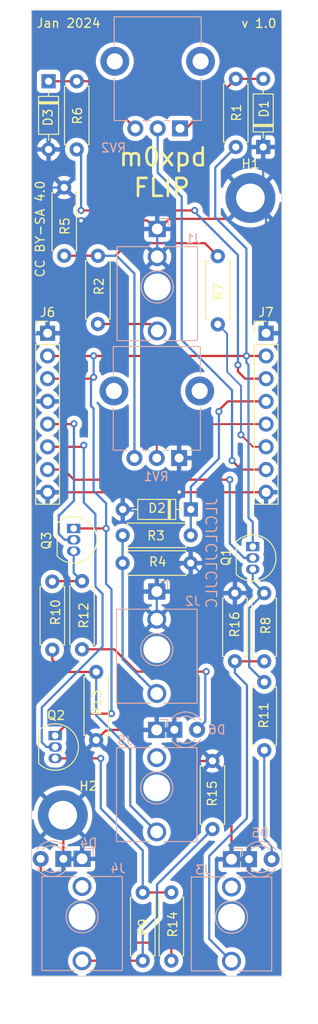
<source format=kicad_pcb>
(kicad_pcb (version 20221018) (generator pcbnew)
  (layers (0 "F.Cu" signal) (31 "B.Cu" signal) (34 "B.Paste" user) (35 "F.Paste" user) (36 "B.SilkS" user "B.Silkscreen") (37 "F.SilkS" user "F.Silkscreen") (38 "B.Mask" user) (39 "F.Mask" user) (44 "Edge.Cuts" user))
  (net 0 "")
  (net 1 "CLK")
  (net 2 "GND")
  (net 3 "Net-(D1-A)")
  (net 4 "Net-(D6-A)")
  (net 5 "+12V")
  (net 6 "Q")
  (net 7 "Net-(Q1-E)")
  (net 8 "B")
  (net 9 "Net-(Q2-E)")
  (net 10 "C")
  (net 11 "Net-(Q3-E)")
  (net 12 "Net-(D3-K)")
  (net 13 "CV-")
  (net 14 "-12V")
  (net 15 "Net-(J1-PadT)")
  (net 16 "Net-(D5-A)")
  (net 17 "Net-(J5-PadT)")
  (net 19 "Net-(J3-PadT)")
  (net 20 "Net-(D4-A)")
  (net 21 "Net-(J4-PadT)")
  (net 24 "CV+")
  (net 25 "LVL")
  (net 26 "Net-(R2-Pad2)")
  (net 27 "Net-(J2-PadT)")
  (footprint "Resistor_THT:R_Axial_DIN0207_L6.3mm_D2.5mm_P7.62mm_Horizontal" (layer "F.Cu") (at 143 143.69 -90)
    (fp_text reference "R14" (at 3.57 -0.15 90) (layer "F.SilkS"))
    (fp_text value "22k" hide)
    (pad "1" thru_hole circle (at 0 0 270) (size 1.6 1.6) (drill 0.8) (layers "*.Cu" "*.Mask") (net 9 "Net-(Q2-E)"))
    (pad "2" thru_hole oval (at 7.62 0 270) (size 1.6 1.6) (drill 0.8) (layers "*.Cu" "*.Mask") (net 20 "Net-(D4-A)"))
  )
  (footprint "Connector_PinHeader_2.54mm:PinHeader_1x08_P2.54mm_Vertical" (layer "F.Cu") (at 129.15 81.175)
    (fp_text reference "J6" (at 0 -2.33) (layer "F.SilkS"))
    (fp_text value "Conn_01x08" hide)
    (pad "1" thru_hole rect (at 0 0) (size 1.7 1.7) (drill 1) (layers "*.Cu" "*.Mask") (net 2 "GND"))
    (pad "2" thru_hole oval (at 0 2.54) (size 1.7 1.7) (drill 1) (layers "*.Cu" "*.Mask") (net 5 "+12V"))
    (pad "3" thru_hole oval (at 0 5.08) (size 1.7 1.7) (drill 1) (layers "*.Cu" "*.Mask") (net 5 "+12V"))
    (pad "4" thru_hole oval (at 0 7.62) (size 1.7 1.7) (drill 1) (layers "*.Cu" "*.Mask") (net 2 "GND"))
    (pad "5" thru_hole oval (at 0 10.16) (size 1.7 1.7) (drill 1) (layers "*.Cu" "*.Mask") (net 10 "C"))
    (pad "6" thru_hole oval (at 0 12.7) (size 1.7 1.7) (drill 1) (layers "*.Cu" "*.Mask") (net 6 "Q"))
    (pad "7" thru_hole oval (at 0 15.24) (size 1.7 1.7) (drill 1) (layers "*.Cu" "*.Mask") (net 8 "B"))
    (pad "8" thru_hole oval (at 0 17.78) (size 1.7 1.7) (drill 1) (layers "*.Cu" "*.Mask") (net 2 "GND"))
  )
  (footprint "Resistor_THT:R_Axial_DIN0207_L6.3mm_D2.5mm_P7.62mm_Horizontal" (layer "F.Cu") (at 129.68 108.94 -90)
    (fp_text reference "R10" (at 3.43 -0.36 90) (layer "F.SilkS"))
    (fp_text value "560R" hide)
    (pad "1" thru_hole circle (at 0 0 270) (size 1.6 1.6) (drill 0.8) (layers "*.Cu" "*.Mask") (net 11 "Net-(Q3-E)"))
    (pad "2" thru_hole oval (at 7.62 0 270) (size 1.6 1.6) (drill 0.8) (layers "*.Cu" "*.Mask") (net 17 "Net-(J5-PadT)"))
  )
  (footprint "Resistor_THT:R_Axial_DIN0207_L6.3mm_D2.5mm_P7.62mm_Horizontal" (layer "F.Cu") (at 150.11 117.85 90)
    (fp_text reference "R16" (at 4.12 -0.02 90) (layer "F.SilkS"))
    (fp_text value "1k8" hide)
    (pad "1" thru_hole circle (at 0 0 90) (size 1.6 1.6) (drill 0.8) (layers "*.Cu" "*.Mask") (net 19 "Net-(J3-PadT)"))
    (pad "2" thru_hole oval (at 7.62 0 90) (size 1.6 1.6) (drill 0.8) (layers "*.Cu" "*.Mask") (net 2 "GND"))
  )
  (footprint "Package_TO_SOT_THT:TO-92_Inline" (layer "F.Cu") (at 130 126.16 -90)
    (fp_text reference "Q2" (at -2.26 -0.1 -180) (layer "F.SilkS"))
    (fp_text value "BC546" hide)
    (pad "1" thru_hole rect (at 0 0 270) (size 1.05 1.5) (drill 0.75) (layers "*.Cu" "*.Mask") (net 5 "+12V"))
    (pad "2" thru_hole oval (at 1.27 0 270) (size 1.05 1.5) (drill 0.75) (layers "*.Cu" "*.Mask") (net 6 "Q"))
    (pad "3" thru_hole oval (at 2.54 0 270) (size 1.05 1.5) (drill 0.75) (layers "*.Cu" "*.Mask") (net 9 "Net-(Q2-E)"))
  )
  (footprint "Resistor_THT:R_Axial_DIN0207_L6.3mm_D2.5mm_P7.62mm_Horizontal" (layer "F.Cu") (at 134.78 80.14 90)
    (fp_text reference "R2" (at 4.2 0.13 90) (layer "F.SilkS"))
    (fp_text value "33k" hide)
    (pad "1" thru_hole circle (at 0 0 90) (size 1.6 1.6) (drill 0.8) (layers "*.Cu" "*.Mask") (net 15 "Net-(J1-PadT)"))
    (pad "2" thru_hole oval (at 7.62 0 90) (size 1.6 1.6) (drill 0.8) (layers "*.Cu" "*.Mask") (net 26 "Net-(R2-Pad2)"))
  )
  (footprint "Diode_THT:D_DO-35_SOD27_P7.62mm_Horizontal" (layer "F.Cu") (at 145.18 100.87 180)
    (fp_text reference "D2" (at 3.79 0.14) (layer "F.SilkS"))
    (fp_text value "1N4148" hide)
    (pad "1" thru_hole rect (at 0 0 180) (size 1.6 1.6) (drill 0.8) (layers "*.Cu" "*.Mask") (net 1 "CLK"))
    (pad "2" thru_hole oval (at 7.62 0 180) (size 1.6 1.6) (drill 0.8) (layers "*.Cu" "*.Mask") (net 2 "GND"))
  )
  (footprint "Package_TO_SOT_THT:TO-92_Inline" (layer "F.Cu") (at 152.11 105.03 -90)
    (fp_text reference "Q1" (at 1.16 2.99 90) (layer "F.SilkS"))
    (fp_text value "BC546" hide)
    (pad "1" thru_hole rect (at 0 0 270) (size 1.05 1.5) (drill 0.75) (layers "*.Cu" "*.Mask") (net 5 "+12V"))
    (pad "2" thru_hole oval (at 1.27 0 270) (size 1.05 1.5) (drill 0.75) (layers "*.Cu" "*.Mask") (net 8 "B"))
    (pad "3" thru_hole oval (at 2.54 0 270) (size 1.05 1.5) (drill 0.75) (layers "*.Cu" "*.Mask") (net 7 "Net-(Q1-E)"))
  )
  (footprint "Connector_PinHeader_2.54mm:PinHeader_1x08_P2.54mm_Vertical" (layer "F.Cu") (at 153.6 81.175)
    (fp_text reference "J7" (at 0 -2.33) (layer "F.SilkS"))
    (fp_text value "Conn_01x08" hide)
    (pad "1" thru_hole rect (at 0 0) (size 1.7 1.7) (drill 1) (layers "*.Cu" "*.Mask") (net 2 "GND"))
    (pad "2" thru_hole oval (at 0 2.54) (size 1.7 1.7) (drill 1) (layers "*.Cu" "*.Mask") (net 5 "+12V"))
    (pad "3" thru_hole oval (at 0 5.08) (size 1.7 1.7) (drill 1) (layers "*.Cu" "*.Mask") (net 14 "-12V"))
    (pad "4" thru_hole oval (at 0 7.62) (size 1.7 1.7) (drill 1) (layers "*.Cu" "*.Mask") (net 1 "CLK"))
    (pad "5" thru_hole oval (at 0 10.16) (size 1.7 1.7) (drill 1) (layers "*.Cu" "*.Mask") (net 24 "CV+"))
    (pad "6" thru_hole oval (at 0 12.7) (size 1.7 1.7) (drill 1) (layers "*.Cu" "*.Mask") (net 13 "CV-"))
    (pad "7" thru_hole oval (at 0 15.24) (size 1.7 1.7) (drill 1) (layers "*.Cu" "*.Mask") (net 25 "LVL"))
    (pad "8" thru_hole oval (at 0 17.78) (size 1.7 1.7) (drill 1) (layers "*.Cu" "*.Mask") (net 2 "GND"))
  )
  (footprint "Resistor_THT:R_Axial_DIN0207_L6.3mm_D2.5mm_P7.62mm_Horizontal" (layer "F.Cu") (at 148.2 72.56 -90)
    (fp_text reference "R7" (at 3.96 -0.06 90) (layer "F.SilkS"))
    (fp_text value "47k" hide)
    (pad "1" thru_hole circle (at 0 0 270) (size 1.6 1.6) (drill 0.8) (layers "*.Cu" "*.Mask") (net 26 "Net-(R2-Pad2)"))
    (pad "2" thru_hole oval (at 7.62 0 270) (size 1.6 1.6) (drill 0.8) (layers "*.Cu" "*.Mask") (net 13 "CV-"))
  )
  (footprint "Resistor_THT:R_Axial_DIN0207_L6.3mm_D2.5mm_P7.62mm_Horizontal" (layer "F.Cu") (at 153.4 127.79 90)
    (fp_text reference "R11" (at 3.89 -0.06 90) (layer "F.SilkS"))
    (fp_text value "22k" hide)
    (pad "1" thru_hole circle (at 0 0 90) (size 1.6 1.6) (drill 0.8) (layers "*.Cu" "*.Mask") (net 16 "Net-(D5-A)"))
    (pad "2" thru_hole oval (at 7.62 0 90) (size 1.6 1.6) (drill 0.8) (layers "*.Cu" "*.Mask") (net 7 "Net-(Q1-E)"))
  )
  (footprint "Resistor_THT:R_Axial_DIN0207_L6.3mm_D2.5mm_P7.62mm_Horizontal" (layer "F.Cu") (at 147.6 128.99 -90)
    (fp_text reference "R15" (at 3.64 0.03 90) (layer "F.SilkS"))
    (fp_text value "1k8" hide)
    (pad "1" thru_hole circle (at 0 0 270) (size 1.6 1.6) (drill 0.8) (layers "*.Cu" "*.Mask") (net 2 "GND"))
    (pad "2" thru_hole oval (at 7.62 0 270) (size 1.6 1.6) (drill 0.8) (layers "*.Cu" "*.Mask") (net 21 "Net-(J4-PadT)"))
  )
  (footprint "Diode_THT:D_DO-35_SOD27_P7.62mm_Horizontal" (layer "F.Cu") (at 153.28 60.36 90)
    (fp_text reference "D1" (at 4.26 0.09 90) (layer "F.SilkS"))
    (fp_text value "1N4148" hide)
    (pad "1" thru_hole rect (at 0 0 90) (size 1.6 1.6) (drill 0.8) (layers "*.Cu" "*.Mask") (net 2 "GND"))
    (pad "2" thru_hole oval (at 7.62 0 90) (size 1.6 1.6) (drill 0.8) (layers "*.Cu" "*.Mask") (net 3 "Net-(D1-A)"))
  )
  (footprint "Resistor_THT:R_Axial_DIN0207_L6.3mm_D2.5mm_P7.62mm_Horizontal" (layer "F.Cu") (at 139.8 143.7 -90)
    (fp_text reference "R9" (at 3.88 -0.05 90) (layer "F.SilkS"))
    (fp_text value "560R" hide)
    (pad "1" thru_hole circle (at 0 0 270) (size 1.6 1.6) (drill 0.8) (layers "*.Cu" "*.Mask") (net 9 "Net-(Q2-E)"))
    (pad "2" thru_hole oval (at 7.62 0 270) (size 1.6 1.6) (drill 0.8) (layers "*.Cu" "*.Mask") (net 21 "Net-(J4-PadT)"))
  )
  (footprint "Resistor_THT:R_Axial_DIN0207_L6.3mm_D2.5mm_P7.62mm_Horizontal" (layer "F.Cu") (at 137.55 103.77)
    (fp_text reference "R3" (at 3.73 0.04) (layer "F.SilkS"))
    (fp_text value "100k" hide)
    (pad "1" thru_hole circle (at 0 0) (size 1.6 1.6) (drill 0.8) (layers "*.Cu" "*.Mask") (net 27 "Net-(J2-PadT)"))
    (pad "2" thru_hole oval (at 7.62 0) (size 1.6 1.6) (drill 0.8) (layers "*.Cu" "*.Mask") (net 1 "CLK"))
  )
  (footprint "MountingHole:MountingHole_3.2mm_M3_DIN965_Pad_TopBottom" (layer "F.Cu") (at 151.85 66.05)
    (fp_text reference "H1" (at 0 -3.8) (layer "F.SilkS"))
    (fp_text value "MountingHole_Pad" hide)
    (pad "1" thru_hole circle (at 0 0) (size 3.6 3.6) (drill 3.2) (layers "*.Cu" "*.Mask") (net 2 "GND"))
    (pad "1" connect circle (at 0 0) (size 5.6 5.6) (layers "F.Cu" "F.Mask") (net 2 "GND"))
    (pad "1" connect circle (at 0 0) (size 5.6 5.6) (layers "B.Cu" "B.Mask") (net 2 "GND"))
  )
  (footprint "Diode_THT:D_DO-35_SOD27_P7.62mm_Horizontal" (layer "F.Cu") (at 129.26 53.01 -90)
    (fp_text reference "D3" (at 4.05 0.06 90) (layer "F.SilkS"))
    (fp_text value "1N4148" hide)
    (pad "1" thru_hole rect (at 0 0 270) (size 1.6 1.6) (drill 0.8) (layers "*.Cu" "*.Mask") (net 12 "Net-(D3-K)"))
    (pad "2" thru_hole oval (at 7.62 0 270) (size 1.6 1.6) (drill 0.8) (layers "*.Cu" "*.Mask") (net 2 "GND"))
  )
  (footprint "Resistor_THT:R_Axial_DIN0207_L6.3mm_D2.5mm_P7.62mm_Horizontal" (layer "F.Cu") (at 153.39 117.85 90)
    (fp_text reference "R8" (at 4 0.18 90) (layer "F.SilkS"))
    (fp_text value "560R" hide)
    (pad "1" thru_hole circle (at 0 0 90) (size 1.6 1.6) (drill 0.8) (layers "*.Cu" "*.Mask") (net 19 "Net-(J3-PadT)"))
    (pad "2" thru_hole oval (at 7.62 0 90) (size 1.6 1.6) (drill 0.8) (layers "*.Cu" "*.Mask") (net 7 "Net-(Q1-E)"))
  )
  (footprint "Resistor_THT:R_Axial_DIN0207_L6.3mm_D2.5mm_P7.62mm_Horizontal" (layer "F.Cu") (at 131.01 64.89 -90)
    (fp_text reference "R5" (at 4.32 -0.08 90) (layer "F.SilkS"))
    (fp_text value "68k" hide)
    (pad "1" thru_hole circle (at 0 0 270) (size 1.6 1.6) (drill 0.8) (layers "*.Cu" "*.Mask") (net 2 "GND"))
    (pad "2" thru_hole oval (at 7.62 0 270) (size 1.6 1.6) (drill 0.8) (layers "*.Cu" "*.Mask") (net 26 "Net-(R2-Pad2)"))
  )
  (footprint "Resistor_THT:R_Axial_DIN0207_L6.3mm_D2.5mm_P7.62mm_Horizontal" (layer "F.Cu") (at 134.59 126.66 90)
    (fp_text reference "R13" (at 4.21 0.05 90) (layer "F.SilkS"))
    (fp_text value "1k8" hide)
    (pad "1" thru_hole circle (at 0 0 90) (size 1.6 1.6) (drill 0.8) (layers "*.Cu" "*.Mask") (net 2 "GND"))
    (pad "2" thru_hole oval (at 7.62 0 90) (size 1.6 1.6) (drill 0.8) (layers "*.Cu" "*.Mask") (net 17 "Net-(J5-PadT)"))
  )
  (footprint "MountingHole:MountingHole_3.2mm_M3_DIN965_Pad_TopBottom" (layer "F.Cu") (at 130.85 135.05)
    (fp_text reference "H2" (at 2.85 -3.25) (layer "F.SilkS"))
    (fp_text value "MountingHole_Pad" hide)
    (pad "1" thru_hole circle (at 0 0) (size 3.6 3.6) (drill 3.2) (layers "*.Cu" "*.Mask") (net 2 "GND"))
    (pad "1" connect circle (at 0 0) (size 5.6 5.6) (layers "F.Cu" "F.Mask") (net 2 "GND"))
    (pad "1" connect circle (at 0 0) (size 5.6 5.6) (layers "B.Cu" "B.Mask") (net 2 "GND"))
  )
  (footprint "Resistor_THT:R_Axial_DIN0207_L6.3mm_D2.5mm_P7.62mm_Horizontal" (layer "F.Cu") (at 132.41 53.01 -90)
    (fp_text reference "R6" (at 3.85 -0.08 90) (layer "F.SilkS"))
    (fp_text value "22k" hide)
    (pad "1" thru_hole circle (at 0 0 270) (size 1.6 1.6) (drill 0.8) (layers "*.Cu" "*.Mask") (net 12 "Net-(D3-K)"))
    (pad "2" thru_hole oval (at 7.62 0 270) (size 1.6 1.6) (drill 0.8) (layers "*.Cu" "*.Mask") (net 14 "-12V"))
  )
  (footprint "Resistor_THT:R_Axial_DIN0207_L6.3mm_D2.5mm_P7.62mm_Horizontal" (layer "F.Cu") (at 137.54 106.87)
    (fp_text reference "R4" (at 3.93 -0.13) (layer "F.SilkS"))
    (fp_text value "1M" hide)
    (pad "1" thru_hole circle (at 0 0) (size 1.6 1.6) (drill 0.8) (layers "*.Cu" "*.Mask") (net 27 "Net-(J2-PadT)"))
    (pad "2" thru_hole oval (at 7.62 0) (size 1.6 1.6) (drill 0.8) (layers "*.Cu" "*.Mask") (net 2 "GND"))
  )
  (footprint "Resistor_THT:R_Axial_DIN0207_L6.3mm_D2.5mm_P7.62mm_Horizontal" (layer "F.Cu") (at 133 116.51 90)
    (fp_text reference "R12" (at 3.78 0.2 90) (layer "F.SilkS"))
    (fp_text value "33k" hide)
    (pad "1" thru_hole circle (at 0 0 90) (size 1.6 1.6) (drill 0.8) (layers "*.Cu" "*.Mask") (net 4 "Net-(D6-A)"))
    (pad "2" thru_hole oval (at 7.62 0 90) (size 1.6 1.6) (drill 0.8) (layers "*.Cu" "*.Mask") (net 11 "Net-(Q3-E)"))
  )
  (footprint "Resistor_THT:R_Axial_DIN0207_L6.3mm_D2.5mm_P7.62mm_Horizontal" (layer "F.Cu") (at 150.21 52.74 -90)
    (fp_text reference "R1" (at 3.78 -0.08 90) (layer "F.SilkS"))
    (fp_text value "22k" hide)
    (pad "1" thru_hole circle (at 0 0 270) (size 1.6 1.6) (drill 0.8) (layers "*.Cu" "*.Mask") (net 3 "Net-(D1-A)"))
    (pad "2" thru_hole oval (at 7.62 0 270) (size 1.6 1.6) (drill 0.8) (layers "*.Cu" "*.Mask") (net 5 "+12V"))
  )
  (footprint "Package_TO_SOT_THT:TO-92_Inline" (layer "F.Cu") (at 132.07 103 -90)
    (fp_text reference "Q3" (at 1.36 3.05 90) (layer "F.SilkS"))
    (fp_text value "BC546" hide)
    (pad "1" thru_hole rect (at 0 0 270) (size 1.05 1.5) (drill 0.75) (layers "*.Cu" "*.Mask") (net 5 "+12V"))
    (pad "2" thru_hole oval (at 1.27 0 270) (size 1.05 1.5) (drill 0.75) (layers "*.Cu" "*.Mask") (net 10 "C"))
    (pad "3" thru_hole oval (at 2.54 0 270) (size 1.05 1.5) (drill 0.75) (layers "*.Cu" "*.Mask") (net 11 "Net-(Q3-E)"))
  )
  (footprint "Connector_Audio:Jack_3.5mm_QingPu_WQP-PJ398SM_Vertical_CircularHoles" (layer "B.Cu") (at 141.36 125.52 180)
    (fp_text reference "J5" (at 3.54 -1.21) (layer "B.SilkS") (effects (justify mirror)))
    (fp_text value "AudioJack2_SwitchT" hide)
    (pad "S" thru_hole rect (at 0 0) (size 1.93 1.83) (drill 1.22) (layers "*.Cu" "*.Mask") (net 2 "GND"))
    (pad "T" thru_hole circle (at 0 -11.4) (size 2.13 2.13) (drill 1.43) (layers "*.Cu" "*.Mask") (net 17 "Net-(J5-PadT)"))
    (pad "TN" thru_hole circle (at 0 -3.1) (size 2.13 2.13) (drill 1.42) (layers "*.Cu" "*.Mask"))
    (zone (net 0) (net_name "") (layer "B.Cu") (connect_pads (clearance 0)) (min_thickness 0.254)
      (keepout (tracks not_allowed) (vias not_allowed) (pads not_allowed) (copperpour not_allowed) (footprints not_allowed))
      (fill (thermal_gap 0.508) (thermal_bridge_width 0.508))
      (polygon (pts (xy 139.854859 132) (xy 139.87507 131.754171) (xy 139.935159 131.514945) (xy 140.033514 131.288744) (xy 140.167492 131.081645) (xy 140.333496 130.89921) (xy 140.527068 130.746336) (xy 140.743008 130.627131) (xy 140.975518 130.544794) (xy 141.218354 130.501539) (xy 141.464993 130.498525) (xy 141.708813 130.535835) (xy 141.943266 130.612466) (xy 142.162054 130.72636) (xy 142.359303 130.874458) (xy 142.529714 131.052784) (xy 142.668712 131.256548) (xy 142.772564 131.480278) (xy 142.838481 131.717965) (xy 142.864692 131.963226) (xy 142.850493 132.209475) (xy 142.796266 132.450099) (xy 142.703468 132.678634) (xy 142.574589 132.888945) (xy 142.413092 133.075382) (xy 142.223313 133.232939) (xy 142.01035 133.357385) (xy 141.779921 133.445377) (xy 141.538215 133.494553) (xy 141.291722 133.503592) (xy 141.047064 133.47225) (xy 140.810809 133.40137) (xy 140.589303 133.292856) (xy 140.388495 133.149621) (xy 140.213777 132.975512) (xy 140.069842 132.775205) (xy 139.960555 132.554079) (xy 139.888851 132.318074) (xy 139.856656 132.073526)))
    )
  )
  (footprint "Connector_Audio:Jack_3.5mm_QingPu_WQP-PJ398SM_Vertical_CircularHoles" (layer "B.Cu") (at 149.73 139.98 180)
    (fp_text reference "J3" (at 3.2 -1.19) (layer "B.SilkS") (effects (justify mirror)))
    (fp_text value "AudioJack2_SwitchT" hide)
    (pad "S" thru_hole rect (at 0 0) (size 1.93 1.83) (drill 1.22) (layers "*.Cu" "*.Mask") (net 2 "GND"))
    (pad "T" thru_hole circle (at 0 -11.4) (size 2.13 2.13) (drill 1.43) (layers "*.Cu" "*.Mask") (net 19 "Net-(J3-PadT)"))
    (pad "TN" thru_hole circle (at 0 -3.1) (size 2.13 2.13) (drill 1.42) (layers "*.Cu" "*.Mask"))
    (zone (net 0) (net_name "") (layer "B.Cu") (connect_pads (clearance 0)) (min_thickness 0.254)
      (keepout (tracks not_allowed) (vias not_allowed) (pads not_allowed) (copperpour not_allowed) (footprints not_allowed))
      (fill (thermal_gap 0.508) (thermal_bridge_width 0.508))
      (polygon (pts (xy 148.224859 146.46) (xy 148.24507 146.214171) (xy 148.305159 145.974945) (xy 148.403514 145.748744) (xy 148.537492 145.541645) (xy 148.703496 145.35921) (xy 148.897068 145.206336) (xy 149.113008 145.087131) (xy 149.345518 145.004794) (xy 149.588354 144.961539) (xy 149.834993 144.958525) (xy 150.078813 144.995835) (xy 150.313266 145.072466) (xy 150.532054 145.18636) (xy 150.729303 145.334458) (xy 150.899714 145.512784) (xy 151.038712 145.716548) (xy 151.142564 145.940278) (xy 151.208481 146.177965) (xy 151.234692 146.423226) (xy 151.220493 146.669475) (xy 151.166266 146.910099) (xy 151.073468 147.138634) (xy 150.944589 147.348945) (xy 150.783092 147.535382) (xy 150.593313 147.692939) (xy 150.38035 147.817385) (xy 150.149921 147.905377) (xy 149.908215 147.954553) (xy 149.661722 147.963592) (xy 149.417064 147.93225) (xy 149.180809 147.86137) (xy 148.959303 147.752856) (xy 148.758495 147.609621) (xy 148.583777 147.435512) (xy 148.439842 147.235205) (xy 148.330555 147.014079) (xy 148.258851 146.778074) (xy 148.226656 146.533526)))
    )
  )
  (footprint "LED_THT:LED_D3.0mm" (layer "B.Cu") (at 143.335 125.5)
    (fp_text reference "D6" (at 4.765 0) (layer "B.SilkS") (effects (justify mirror)))
    (fp_text value "Green LED")
    (pad "1" thru_hole rect (at 0 0) (size 1.8 1.8) (drill 0.9) (layers "*.Cu" "*.Mask") (net 2 "GND"))
    (pad "2" thru_hole circle (at 2.54 0) (size 1.8 1.8) (drill 0.9) (layers "*.Cu" "*.Mask") (net 4 "Net-(D6-A)"))
  )
  (footprint "Connector_Audio:Jack_3.5mm_QingPu_WQP-PJ398SM_Vertical_CircularHoles" (layer "B.Cu") (at 141.37 110.05 180)
    (fp_text reference "J2" (at -4.03 -1.08) (layer "B.SilkS") (effects (justify mirror)))
    (fp_text value "AudioJack2_SwitchT" hide)
    (pad "S" thru_hole rect (at 0 0) (size 1.93 1.83) (drill 1.22) (layers "*.Cu" "*.Mask") (net 2 "GND"))
    (pad "T" thru_hole circle (at 0 -11.4) (size 2.13 2.13) (drill 1.43) (layers "*.Cu" "*.Mask") (net 27 "Net-(J2-PadT)"))
    (pad "TN" thru_hole circle (at 0 -3.1) (size 2.13 2.13) (drill 1.42) (layers "*.Cu" "*.Mask") (net 2 "GND"))
    (zone (net 0) (net_name "") (layer "B.Cu") (connect_pads (clearance 0)) (min_thickness 0.254)
      (keepout (tracks not_allowed) (vias not_allowed) (pads not_allowed) (copperpour not_allowed) (footprints not_allowed))
      (fill (thermal_gap 0.508) (thermal_bridge_width 0.508))
      (polygon (pts (xy 139.864859 116.53) (xy 139.88507 116.284171) (xy 139.945159 116.044945) (xy 140.043514 115.818744) (xy 140.177492 115.611645) (xy 140.343496 115.42921) (xy 140.537068 115.276336) (xy 140.753008 115.157131) (xy 140.985518 115.074794) (xy 141.228354 115.031539) (xy 141.474993 115.028525) (xy 141.718813 115.065835) (xy 141.953266 115.142466) (xy 142.172054 115.25636) (xy 142.369303 115.404458) (xy 142.539714 115.582784) (xy 142.678712 115.786548) (xy 142.782564 116.010278) (xy 142.848481 116.247965) (xy 142.874692 116.493226) (xy 142.860493 116.739475) (xy 142.806266 116.980099) (xy 142.713468 117.208634) (xy 142.584589 117.418945) (xy 142.423092 117.605382) (xy 142.233313 117.762939) (xy 142.02035 117.887385) (xy 141.789921 117.975377) (xy 141.548215 118.024553) (xy 141.301722 118.033592) (xy 141.057064 118.00225) (xy 140.820809 117.93137) (xy 140.599303 117.822856) (xy 140.398495 117.679621) (xy 140.223777 117.505512) (xy 140.079842 117.305205) (xy 139.970555 117.084079) (xy 139.898851 116.848074) (xy 139.866656 116.603526)))
    )
  )
  (footprint "Potentiometer_THT:Potentiometer_Alpha_RD901F-40-00D_Single_Vertical_CircularHoles" (layer "B.Cu") (at 143.87 95.13 90)
    (fp_text reference "RV1" (at -2.07 -2.57) (layer "B.SilkS") (effects (justify mirror)))
    (fp_text value "100k" hide)
    (pad "" thru_hole circle (at 7.5 -7.3) (size 3.24 3.24) (drill 1.8) (layers "*.Cu" "*.Mask"))
    (pad "" thru_hole circle (at 7.5 2.3) (size 3.24 3.24) (drill 1.8) (layers "*.Cu" "*.Mask"))
    (pad "1" thru_hole rect (at 0 0) (size 1.8 1.8) (drill 1) (layers "*.Cu" "*.Mask") (net 2 "GND"))
    (pad "2" thru_hole circle (at 0 -2.5) (size 1.8 1.8) (drill 1) (layers "*.Cu" "*.Mask") (net 24 "CV+"))
    (pad "3" thru_hole circle (at 0 -5) (size 1.8 1.8) (drill 1) (layers "*.Cu" "*.Mask") (net 26 "Net-(R2-Pad2)"))
  )
  (footprint "Potentiometer_THT:Potentiometer_Alpha_RD901F-40-00D_Single_Vertical_CircularHoles" (layer "B.Cu") (at 143.97 58.28 90)
    (fp_text reference "RV2" (at -2.17 -7.44) (layer "B.SilkS") (effects (justify mirror)))
    (fp_text value "100k" hide)
    (pad "" thru_hole circle (at 7.5 -7.3) (size 3.24 3.24) (drill 1.8) (layers "*.Cu" "*.Mask"))
    (pad "" thru_hole circle (at 7.5 2.3) (size 3.24 3.24) (drill 1.8) (layers "*.Cu" "*.Mask"))
    (pad "1" thru_hole rect (at 0 0) (size 1.8 1.8) (drill 1) (layers "*.Cu" "*.Mask") (net 3 "Net-(D1-A)"))
    (pad "2" thru_hole circle (at 0 -2.5) (size 1.8 1.8) (drill 1) (layers "*.Cu" "*.Mask") (net 25 "LVL"))
    (pad "3" thru_hole circle (at 0 -5) (size 1.8 1.8) (drill 1) (layers "*.Cu" "*.Mask") (net 12 "Net-(D3-K)"))
  )
  (footprint "Connector_Audio:Jack_3.5mm_QingPu_WQP-PJ398SM_Vertical_CircularHoles" (layer "B.Cu") (at 133.01 139.93 180)
    (fp_text reference "J4" (at -4.03 -1.08) (layer "B.SilkS") (effects (justify mirror)))
    (fp_text value "AudioJack2_SwitchT" hide)
    (pad "S" thru_hole rect (at 0 0) (size 1.93 1.83) (drill 1.22) (layers "*.Cu" "*.Mask") (net 2 "GND"))
    (pad "T" thru_hole circle (at 0 -11.4) (size 2.13 2.13) (drill 1.43) (layers "*.Cu" "*.Mask") (net 21 "Net-(J4-PadT)"))
    (pad "TN" thru_hole circle (at 0 -3.1) (size 2.13 2.13) (drill 1.42) (layers "*.Cu" "*.Mask"))
    (zone (net 0) (net_name "") (layer "B.Cu") (connect_pads (clearance 0)) (min_thickness 0.254)
      (keepout (tracks not_allowed) (vias not_allowed) (pads not_allowed) (copperpour not_allowed) (footprints not_allowed))
      (fill (thermal_gap 0.508) (thermal_bridge_width 0.508))
      (polygon (pts (xy 131.504859 146.41) (xy 131.52507 146.164171) (xy 131.585159 145.924945) (xy 131.683514 145.698744) (xy 131.817492 145.491645) (xy 131.983496 145.30921) (xy 132.177068 145.156336) (xy 132.393008 145.037131) (xy 132.625518 144.954794) (xy 132.868354 144.911539) (xy 133.114993 144.908525) (xy 133.358813 144.945835) (xy 133.593266 145.022466) (xy 133.812054 145.13636) (xy 134.009303 145.284458) (xy 134.179714 145.462784) (xy 134.318712 145.666548) (xy 134.422564 145.890278) (xy 134.488481 146.127965) (xy 134.514692 146.373226) (xy 134.500493 146.619475) (xy 134.446266 146.860099) (xy 134.353468 147.088634) (xy 134.224589 147.298945) (xy 134.063092 147.485382) (xy 133.873313 147.642939) (xy 133.66035 147.767385) (xy 133.429921 147.855377) (xy 133.188215 147.904553) (xy 132.941722 147.913592) (xy 132.697064 147.88225) (xy 132.460809 147.81137) (xy 132.239303 147.702856) (xy 132.038495 147.559621) (xy 131.863777 147.385512) (xy 131.719842 147.185205) (xy 131.610555 146.964079) (xy 131.538851 146.728074) (xy 131.506656 146.483526)))
    )
  )
  (footprint "Connector_Audio:Jack_3.5mm_QingPu_WQP-PJ398SM_Vertical_CircularHoles" (layer "B.Cu") (at 141.42 69.52 180)
    (fp_text reference "J1" (at -4.03 -1.08) (layer "B.SilkS") (effects (justify mirror)))
    (fp_text value "AudioJack2_SwitchT" hide)
    (pad "S" thru_hole rect (at 0 0) (size 1.93 1.83) (drill 1.22) (layers "*.Cu" "*.Mask") (net 2 "GND"))
    (pad "T" thru_hole circle (at 0 -11.4) (size 2.13 2.13) (drill 1.43) (layers "*.Cu" "*.Mask") (net 15 "Net-(J1-PadT)"))
    (pad "TN" thru_hole circle (at 0 -3.1) (size 2.13 2.13) (drill 1.42) (layers "*.Cu" "*.Mask") (net 2 "GND"))
    (zone (net 0) (net_name "") (layer "B.Cu") (connect_pads (clearance 0)) (min_thickness 0.254)
      (keepout (tracks not_allowed) (vias not_allowed) (pads not_allowed) (copperpour not_allowed) (footprints not_allowed))
      (fill (thermal_gap 0.508) (thermal_bridge_width 0.508))
      (polygon (pts (xy 139.914859 76) (xy 139.93507 75.754171) (xy 139.995159 75.514945) (xy 140.093514 75.288744) (xy 140.227492 75.081645) (xy 140.393496 74.89921) (xy 140.587068 74.746336) (xy 140.803008 74.627131) (xy 141.035518 74.544794) (xy 141.278354 74.501539) (xy 141.524993 74.498525) (xy 141.768813 74.535835) (xy 142.003266 74.612466) (xy 142.222054 74.72636) (xy 142.419303 74.874458) (xy 142.589714 75.052784) (xy 142.728712 75.256548) (xy 142.832564 75.480278) (xy 142.898481 75.717965) (xy 142.924692 75.963226) (xy 142.910493 76.209475) (xy 142.856266 76.450099) (xy 142.763468 76.678634) (xy 142.634589 76.888945) (xy 142.473092 77.075382) (xy 142.283313 77.232939) (xy 142.07035 77.357385) (xy 141.839921 77.445377) (xy 141.598215 77.494553) (xy 141.351722 77.503592) (xy 141.107064 77.47225) (xy 140.870809 77.40137) (xy 140.649303 77.292856) (xy 140.448495 77.149621) (xy 140.273777 76.975512) (xy 140.129842 76.775205) (xy 140.020555 76.554079) (xy 139.948851 76.318074) (xy 139.916656 76.073526)))
    )
  )
  (footprint "LED_THT:LED_D3.0mm" (layer "B.Cu") (at 151.685 139.97)
    (fp_text reference "D5" (at 1.25 -2.93 180) (layer "B.SilkS") (effects (justify mirror)))
    (fp_text value "Red LED")
    (pad "1" thru_hole rect (at 0 0) (size 1.8 1.8) (drill 0.9) (layers "*.Cu" "*.Mask") (net 2 "GND"))
    (pad "2" thru_hole circle (at 2.54 0) (size 1.8 1.8) (drill 0.9) (layers "*.Cu" "*.Mask") (net 16 "Net-(D5-A)"))
  )
  (footprint "LED_THT:LED_D3.0mm" (layer "B.Cu") (at 130.915 139.94 180)
    (fp_text reference "D4" (at -2.82 1.77 180) (layer "B.SilkS") (effects (justify mirror)))
    (fp_text value "Red LED")
    (pad "1" thru_hole rect (at 0 0 180) (size 1.8 1.8) (drill 0.9) (layers "*.Cu" "*.Mask") (net 2 "GND"))
    (pad "2" thru_hole circle (at 2.54 0 180) (size 1.8 1.8) (drill 0.9) (layers "*.Cu" "*.Mask") (net 20 "Net-(D4-A)"))
  )
  (gr_rect (start 127.35 45.05) (end 155.35 153.05) (stroke (width 0.1)) (fill none) (layer "Edge.Cuts"))
  (gr_text "JLCJLCJLCJLC" (at 148.225 99.5 90) (layer "B.SilkS") (effects (font (size 1.2 1.2)) (justify left bottom mirror)))
  (gr_text "FLIP" (at 138.6 66.075) (layer "F.SilkS") (effects (font (size 2 2) (thickness 0.3)) (justify left bottom)))
  (gr_text "Jan 2024" (at 127.825 47.1) (layer "F.SilkS") (effects (font (size 1 1)) (justify left bottom)))
  (gr_text "CC BY-SA 4.0" (at 128.9 75.025 90) (layer "F.SilkS") (effects (font (size 1 1)) (justify left bottom)))
  (gr_text "v 1.0" (at 150.75 47.125) (layer "F.SilkS") (effects (font (size 1 1)) (justify left bottom)))
  (gr_text "m0xpd" (at 136.975 62.65) (layer "F.SilkS") (effects (font (size 2 2) (thickness 0.3)) (justify left bottom)))
  (segment (start 148.32 89.92) (end 148.19 89.92) (width 0.25) (layer "F.Cu") (net 1))
  (segment (start 148.19 89.92) (end 148.29 89.82) (width 0.25) (layer "F.Cu") (net 1))
  (segment (start 148.32 89.79) (end 148.32 89.92) (width 0.25) (layer "F.Cu") (net 1))
  (segment (start 153.6 88.795) (end 149.315 88.795) (width 0.25) (layer "F.Cu") (net 1))
  (segment (start 149.315 88.795) (end 148.32 89.79) (width 0.25) (layer "F.Cu") (net 1))
  (via (at 148.32 89.92) (size 0.8) (drill 0.4) (layers "F.Cu" "B.Cu") (net 1))
  (segment (start 145.17 100.88) (end 145.18 100.87) (width 0.25) (layer "B.Cu") (net 1))
  (segment (start 148.32 95.2) (end 148.32 89.92) (width 0.25) (layer "B.Cu") (net 1))
  (segment (start 145.18 100.87) (end 145.18 98.34) (width 0.25) (layer "B.Cu") (net 1))
  (segment (start 145.17 103.77) (end 145.17 100.88) (width 0.25) (layer "B.Cu") (net 1))
  (segment (start 145.18 98.34) (end 148.32 95.2) (width 0.25) (layer "B.Cu") (net 1))
  (segment (start 153.6 98.955) (end 143.905 98.955) (width 0.25) (layer "F.Cu") (net 2))
  (segment (start 143.335 127.235) (end 145.1 129) (width 0.25) (layer "F.Cu") (net 2))
  (segment (start 136.08 125.52) (end 141.36 125.52) (width 0.25) (layer "F.Cu") (net 2))
  (segment (start 132.89 68.59) (end 132.89 68.65) (width 0.25) (layer "F.Cu") (net 2))
  (segment (start 143.88 98.93) (end 143.855 98.955) (width 0.25) (layer "F.Cu") (net 2))
  (segment (start 135.65 125.6) (end 136 125.6) (width 0.25) (layer "F.Cu") (net 2))
  (segment (start 143.335 125.5) (end 141.38 125.5) (width 0.25) (layer "F.Cu") (net 2))
  (segment (start 145.1 129) (end 145.11 128.99) (width 0.25) (layer "F.Cu") (net 2))
  (segment (start 143.855 98.955) (end 137.54 98.955) (width 0.25) (layer "F.Cu") (net 2))
  (segment (start 132.97 68.57) (end 132.95 68.59) (width 0.25) (layer "F.Cu") (net 2))
  (segment (start 132.89 68.65) (end 132.96 68.58) (width 0.25) (layer "F.Cu") (net 2))
  (segment (start 130.915 135.115) (end 130.85 135.05) (width 0.25) (layer "F.Cu") (net 2))
  (segment (start 133.01 139.93) (end 130.925 139.93) (width 0.25) (layer "F.Cu") (net 2))
  (segment (start 130.915 139.94) (end 130.915 135.115) (width 0.25) (layer "F.Cu") (net 2))
  (segment (start 143.335 125.5) (end 143.335 127.235) (width 0.25) (layer "F.Cu") (net 2))
  (segment (start 140.28 68.57) (end 132.97 68.57) (width 0.25) (layer "F.Cu") (net 2))
  (segment (start 149.73 139.98) (end 149.73 131.12) (width 0.25) (layer "F.Cu") (net 2))
  (segment (start 130.925 139.93) (end 130.915 139.94) (width 0.25) (layer "F.Cu") (net 2))
  (segment (start 137.56 98.975) (end 137.54 98.955) (width 0.25) (layer "F.Cu") (net 2))
  (segment (start 136 125.6) (end 136.08 125.52) (width 0.25) (layer "F.Cu") (net 2))
  (segment (start 149.73 131.12) (end 147.6 128.99) (width 0.25) (layer "F.Cu") (net 2))
  (segment (start 134.59 126.66) (end 135.65 125.6) (width 0.25) (layer "F.Cu") (net 2))
  (segment (start 132.95 68.59) (end 132.89 68.59) (width 0.25) (layer "F.Cu") (net 2))
  (segment (start 142.78 68.39) (end 149.51 68.39) (width 0.25) (layer "F.Cu") (net 2))
  (segment (start 143.905 98.955) (end 143.88 98.93) (width 0.25) (layer "F.Cu") (net 2))
  (segment (start 141.38 125.5) (end 141.36 125.52) (width 0.25) (layer "F.Cu") (net 2))
  (segment (start 145.11 128.99) (end 147.6 128.99) (width 0.25) (layer "F.Cu") (net 2))
  (segment (start 137.54 98.955) (end 129.15 98.955) (width 0.25) (layer "F.Cu") (net 2))
  (segment (start 141.23 69.52) (end 140.28 68.57) (width 0.25) (layer "F.Cu") (net 2))
  (segment (start 149.51 68.39) (end 151.85 66.05) (width 0.25) (layer "F.Cu") (net 2))
  (segment (start 141.42 69.52) (end 141.65 69.52) (width 0.25) (layer "F.Cu") (net 2))
  (segment (start 141.65 69.52) (end 142.78 68.39) (width 0.25) (layer "F.Cu") (net 2))
  (segment (start 137.56 100.87) (end 137.56 98.975) (width 0.25) (layer "F.Cu") (net 2))
  (segment (start 141.42 69.52) (end 141.23 69.52) (width 0.25) (layer "F.Cu") (net 2))
  (via (at 132.89 68.59) (size 0.8) (drill 0.4) (layers "F.Cu" "B.Cu") (net 2))
  (via (at 143.88 98.93) (size 0.8) (drill 0.4) (layers "F.Cu" "B.Cu") (net 2))
  (segment (start 129.22 64.89) (end 129.15 64.82) (width 0.25) (layer "B.Cu") (net 2))
  (segment (start 141.37 109.7) (end 144.07 107) (width 0.25) (layer "B.Cu") (net 2))
  (segment (start 130.645 98.955) (end 131.2 98.4) (width 0.25) (layer "B.Cu") (net 2))
  (segment (start 131.01 64.89) (end 129.22 64.89) (width 0.25) (layer "B.Cu") (net 2))
  (segment (start 143.7 115.48) (end 141.37 113.15) (width 0.25) (layer "B.Cu") (net 2))
  (segment (start 129.18 68.59) (end 129.15 68.62) (width 0.25) (layer "B.Cu") (net 2))
  (segment (start 129.15 68.62) (end 129.15 81.175) (width 0.25) (layer "B.Cu") (net 2))
  (segment (start 150.11 110.23) (end 148.52 110.23) (width 0.25) (layer "B.Cu") (net 2))
  (segment (start 143.335 118.165) (end 143.7 117.8) (width 0.25) (layer "B.Cu") (net 2))
  (segment (start 143.87 98.92) (end 143.87 95.13) (width 0.25) (layer "B.Cu") (net 2))
  (segment (start 129.15 60.74) (end 129.26 60.63) (width 0.25) (layer "B.Cu") (net 2))
  (segment (start 133.5 132.4) (end 130.85 135.05) (width 0.25) (layer "B.Cu") (net 2))
  (segment (start 131.2 88.2) (end 131.3 88.1) (width 0.25) (layer "B.Cu") (net 2))
  (segment (start 129.15 68.56) (end 129.15 64.82) (width 0.25) (layer "B.Cu") (net 2))
  (segment (start 144.2 106.87) (end 145.16 106.87) (width 0.25) (layer "B.Cu") (net 2))
  (segment (start 143.7 117.8) (end 143.7 115.48) (width 0.25) (layer "B.Cu") (net 2))
  (segment (start 129.15 64.82) (end 129.15 60.74) (width 0.25) (layer "B.Cu") (net 2))
  (segment (start 143.43 106.36) (end 144.07 107) (width 0.25) (layer "B.Cu") (net 2))
  (segment (start 143.88 98.93) (end 143.87 98.92) (width 0.25) (layer "B.Cu") (net 2))
  (segment (start 153.6 81.175) (end 153.6 67.8) (width 0.25) (layer "B.Cu") (net 2))
  (segment (start 132.89 68.59) (end 129.18 68.59) (width 0.25) (layer "B.Cu") (net 2))
  (segment (start 151.685 139.97) (end 149.74 139.97) (width 0.25) (layer "B.Cu") (net 2))
  (segment (start 130.605 88.795) (end 131.3 88.1) (width 0.25) (layer "B.Cu") (net 2))
  (segment (start 153.6 67.8) (end 151.85 66.05) (width 0.25) (layer "B.Cu") (net 2))
  (segment (start 131.3 88.1) (end 131.3 81.9) (width 0.25) (layer "B.Cu") (net 2))
  (segment (start 131.3 81.9) (end 130.575 81.175) (width 0.25) (layer "B.Cu") (net 2))
  (segment (start 153.28 64.62) (end 151.85 66.05) (width 0.25) (layer "B.Cu") (net 2))
  (segment (start 143.43 99.38) (end 143.43 106.36) (width 0.25) (layer "B.Cu") (net 2))
  (segment (start 130.575 81.175) (end 129.15 81.175) (width 0.25) (layer "B.Cu") (net 2))
  (segment (start 129.18 68.59) (end 129.15 68.56) (width 0.25) (layer "B.Cu") (net 2))
  (segment (start 141.42 72.62) (end 141.42 69.52) (width 0.25) (layer "B.Cu") (net 2))
  (segment (start 148.52 110.23) (end 145.16 106.87) (width 0.25) (layer "B.Cu") (net 2))
  (segment (start 133.5 127.75) (end 133.5 132.4) (width 0.25) (layer "B.Cu") (net 2))
  (segment (start 153.28 60.36) (end 153.28 64.62) (width 0.25) (layer "B.Cu") (net 2))
  (segment (start 144.07 107) (end 144.2 106.87) (width 0.25) (layer "B.Cu") (net 2))
  (segment (start 141.37 110.05) (end 141.37 109.7) (width 0.25) (layer "B.Cu") (net 2))
  (segment (start 149.74 139.97) (end 149.73 139.98) (width 0.25) (layer "B.Cu") (net 2))
  (segment (start 143.335 125.5) (end 143.335 118.165) (width 0.25) (layer "B.Cu") (net 2))
  (segment (start 141.37 113.15) (end 141.37 110.05) (width 0.25) (layer "B.Cu") (net 2))
  (segment (start 129.15 98.955) (end 130.645 98.955) (width 0.25) (layer "B.Cu") (net 2))
  (segment (start 143.88 98.93) (end 143.43 99.38) (width 0.25) (layer "B.Cu") (net 2))
  (segment (start 134.59 126.66) (end 133.5 127.75) (width 0.25) (layer "B.Cu") (net 2))
  (segment (start 130.605 88.795) (end 129.15 88.795) (width 0.25) (layer "B.Cu") (net 2))
  (segment (start 131.2 98.4) (end 131.2 88.2) (width 0.25) (layer "B.Cu") (net 2))
  (segment (start 144.67 58.28) (end 143.97 58.28) (width 0.25) (layer "F.Cu") (net 3))
  (segment (start 150.21 52.74) (end 144.67 58.28) (width 0.25) (layer "F.Cu") (net 3))
  (segment (start 153.28 52.74) (end 150.21 52.74) (width 0.25) (layer "F.Cu") (net 3))
  (segment (start 139.1 119) (end 136.6 116.5) (width 0.25) (layer "F.Cu") (net 4))
  (segment (start 136.59 116.51) (end 133 116.51) (width 0.25) (layer "F.Cu") (net 4))
  (segment (start 136.6 116.5) (end 136.59 116.51) (width 0.25) (layer "F.Cu") (net 4))
  (segment (start 146.9 119) (end 139.1 119) (width 0.25) (layer "F.Cu") (net 4))
  (via (at 146.9 119) (size 0.8) (drill 0.4) (layers "F.Cu" "B.Cu") (net 4))
  (segment (start 146.8 124.1) (end 146.8 119.2) (width 0.25) (layer "B.Cu") (net 4))
  (segment (start 146.9 119) (end 147 119) (width 0.25) (layer "B.Cu") (net 4))
  (segment (start 146.8 119.2) (end 146.9 119.1) (width 0.25) (layer "B.Cu") (net 4))
  (segment (start 147 119) (end 146.9 119.1) (width 0.25) (layer "B.Cu") (net 4))
  (segment (start 146.9 119.1) (end 146.9 119) (width 0.25) (layer "B.Cu") (net 4))
  (segment (start 146.8 124.575) (end 146.8 124.1) (width 0.25) (layer "B.Cu") (net 4))
  (segment (start 145.875 125.5) (end 146.8 124.575) (width 0.25) (layer "B.Cu") (net 4))
  (segment (start 134.315 83.715) (end 134.3 83.7) (width 0.25) (layer "F.Cu") (net 5))
  (segment (start 153.6 83.715) (end 151.405 83.715) (width 0.25) (layer "F.Cu") (net 5))
  (segment (start 134.3 86.1) (end 134.145 86.255) (width 0.25) (layer "F.Cu") (net 5))
  (segment (start 134.145 86.255) (end 129.15 86.255) (width 0.25) (layer "F.Cu") (net 5))
  (segment (start 151.405 83.715) (end 151.4 83.71) (width 0.25) (layer "F.Cu") (net 5))
  (segment (start 132.46 123.7) (end 130 126.16) (width 0.25) (layer "F.Cu") (net 5))
  (segment (start 135.7 103) (end 132.07 103) (width 0.25) (layer "F.Cu") (net 5))
  (segment (start 151.395 83.715) (end 134.315 83.715) (width 0.25) (layer "F.Cu") (net 5))
  (segment (start 136.3 123.7) (end 132.46 123.7) (width 0.25) (layer "F.Cu") (net 5))
  (segment (start 151.4 83.71) (end 151.395 83.715) (width 0.25) (layer "F.Cu") (net 5))
  (segment (start 134.3 83.7) (end 134.285 83.715) (width 0.25) (layer "F.Cu") (net 5))
  (segment (start 134.285 83.715) (end 129.15 83.715) (width 0.25) (layer "F.Cu") (net 5))
  (via (at 135.7 103) (size 0.8) (drill 0.4) (layers "F.Cu" "B.Cu") (net 5))
  (via (at 151.4 83.71) (size 0.8) (drill 0.4) (layers "F.Cu" "B.Cu") (net 5))
  (via (at 134.3 86.1) (size 0.8) (drill 0.4) (layers "F.Cu" "B.Cu") (net 5))
  (via (at 136.3 123.7) (size 0.8) (drill 0.4) (layers "F.Cu" "B.Cu") (net 5))
  (via (at 134.3 83.7) (size 0.8) (drill 0.4) (layers "F.Cu" "B.Cu") (net 5))
  (segment (start 134 86.5) (end 134 89.3) (width 0.25) (layer "B.Cu") (net 5))
  (segment (start 151.63 84.7) (end 151.63 101.81) (width 0.25) (layer "B.Cu") (net 5))
  (segment (start 134.3 98.8) (end 135.7 100.2) (width 0.25) (layer "B.Cu") (net 5))
  (segment (start 147.91 62.66) (end 150.21 60.36) (width 0.25) (layer "B.Cu") (net 5))
  (segment (start 151.4 84.47) (end 151.63 84.7) (width 0.25) (layer "B.Cu") (net 5))
  (segment (start 151.4 83.71) (end 151.4 71.71) (width 0.25) (layer "B.Cu") (net 5))
  (segment (start 134 89.3) (end 134.3 89.6) (width 0.25) (layer "B.Cu") (net 5))
  (segment (start 151.4 83.71) (end 151.4 84.47) (width 0.25) (layer "B.Cu") (net 5))
  (segment (start 135.7 100.2) (end 135.7 103) (width 0.25) (layer "B.Cu") (net 5))
  (segment (start 134.3 86.1) (end 134.3 86.2) (width 0.25) (layer "B.Cu") (net 5))
  (segment (start 135.7 103) (end 135.7 109.2) (width 0.25) (layer "B.Cu") (net 5))
  (segment (start 152.11 102.29) (end 151.63 101.81) (width 0.25) (layer "B.Cu") (net 5))
  (segment (start 136.3 109.8) (end 136.3 123.7) (width 0.25) (layer "B.Cu") (net 5))
  (segment (start 134.3 89.6) (end 134.3 98.8) (width 0.25) (layer "B.Cu") (net 5))
  (segment (start 134.3 86.2) (end 134 86.5) (width 0.25) (layer "B.Cu") (net 5))
  (segment (start 135.7 109.2) (end 136.3 109.8) (width 0.25) (layer "B.Cu") (net 5))
  (segment (start 152.11 105.03) (end 152.11 102.29) (width 0.25) (layer "B.Cu") (net 5))
  (segment (start 134.3 83.7) (end 134.3 86.1) (width 0.25) (layer "B.Cu") (net 5))
  (segment (start 147.91 68.22) (end 147.91 62.66) (width 0.25) (layer "B.Cu") (net 5))
  (segment (start 151.4 71.71) (end 147.91 68.22) (width 0.25) (layer "B.Cu") (net 5))
  (segment (start 129.15 93.875) (end 133.125 93.875) (width 0.25) (layer "F.Cu") (net 6))
  (segment (start 133.3 93.7) (end 133.2 93.8) (width 0.25) (layer "F.Cu") (net 6))
  (segment (start 133.2 93.8) (end 133.2 93.7) (width 0.25) (layer "F.Cu") (net 6))
  (segment (start 133.2 93.7) (end 133.3 93.7) (width 0.25) (layer "F.Cu") (net 6))
  (segment (start 133.125 93.875) (end 133.2 93.8) (width 0.25) (layer "F.Cu") (net 6))
  (via (at 133.2 93.7) (size 0.8) (drill 0.4) (layers "F.Cu" "B.Cu") (net 6))
  (segment (start 133.2 100.1) (end 134.5 101.4) (width 0.25) (layer "B.Cu") (net 6))
  (segment (start 134.5 101.4) (end 134.5 109.5) (width 0.25) (layer "B.Cu") (net 6))
  (segment (start 135.3 110.3) (end 135.3 116.2) (width 0.25) (layer "B.Cu") (net 6))
  (segment (start 135.3 116.2) (end 128.5 123) (width 0.25) (layer "B.Cu") (net 6))
  (segment (start 129.03 127.43) (end 130 127.43) (width 0.25) (layer "B.Cu") (net 6))
  (segment (start 128.5 126.9) (end 129.03 127.43) (width 0.25) (layer "B.Cu") (net 6))
  (segment (start 128.5 123) (end 128.5 126.9) (width 0.25) (layer "B.Cu") (net 6))
  (segment (start 133.2 93.7) (end 133.2 100.1) (width 0.25) (layer "B.Cu") (net 6))
  (segment (start 134.5 109.5) (end 135.3 110.3) (width 0.25) (layer "B.Cu") (net 6))
  (segment (start 152.11 107.57) (end 152.11 108.95) (width 0.25) (layer "B.Cu") (net 7))
  (segment (start 153.39 110.23) (end 151.74 111.88) (width 0.25) (layer "B.Cu") (net 7))
  (segment (start 151.74 111.88) (end 151.71 111.88) (width 0.25) (layer "B.Cu") (net 7))
  (segment (start 152.11 108.95) (end 153.39 110.23) (width 0.25) (layer "B.Cu") (net 7))
  (segment (start 151.71 111.88) (end 151.71 118.48) (width 0.25) (layer "B.Cu") (net 7))
  (segment (start 151.71 118.48) (end 153.4 120.17) (width 0.25) (layer "B.Cu") (net 7))
  (segment (start 149.53 97.55) (end 149.54 97.54) (width 0.25) (layer "F.Cu") (net 8))
  (segment (start 132.1 97.55) (end 149.53 97.55) (width 0.25) (layer "F.Cu") (net 8))
  (segment (start 149.55 97.55) (end 149.59 97.55) (width 0.25) (layer "F.Cu") (net 8))
  (segment (start 130.965 96.415) (end 132.1 97.55) (width 0.25) (layer "F.Cu") (net 8))
  (segment (start 129.15 96.415) (end 130.965 96.415) (width 0.25) (layer "F.Cu") (net 8))
  (segment (start 149.54 97.54) (end 149.55 97.55) (width 0.25) (layer "F.Cu") (net 8))
  (via (at 149.54 97.54) (size 0.8) (drill 0.4) (layers "F.Cu" "B.Cu") (net 8))
  (segment (start 151.15 106.3) (end 149.54 104.69) (width 0.25) (layer "B.Cu") (net 8))
  (segment (start 149.54 104.69) (end 149.54 97.54) (width 0.25) (layer "B.Cu") (net 8))
  (segment (start 152.11 106.3) (end 151.15 106.3) (width 0.25) (layer "B.Cu") (net 8))
  (segment (start 135.1 128.7) (end 130 128.7) (width 0.25) (layer "F.Cu") (net 9))
  (segment (start 143 143.69) (end 139.81 143.69) (width 0.25) (layer "F.Cu") (net 9))
  (segment (start 139.81 143.69) (end 139.8 143.7) (width 0.25) (layer "F.Cu") (net 9))
  (via (at 135.1 128.7) (size 0.8) (drill 0.4) (layers "F.Cu" "B.Cu") (net 9))
  (segment (start 135.1 134.3) (end 135.1 128.7) (width 0.25) (layer "B.Cu") (net 9))
  (segment (start 139.8 143.7) (end 139.8 139) (width 0.25) (layer "B.Cu") (net 9))
  (segment (start 139.8 139) (end 135.1 134.3) (width 0.25) (layer "B.Cu") (net 9))
  (segment (start 129.15 91.335) (end 131.93 91.335) (width 0.25) (layer "F.Cu") (net 10))
  (segment (start 132 91.335) (end 131.965 91.335) (width 0.25) (layer "F.Cu") (net 10))
  (segment (start 131.93 91.335) (end 132.1 91.3) (width 0.25) (layer "F.Cu") (net 10))
  (segment (start 132.1 91.3) (end 132 91.335) (width 0.25) (layer "F.Cu") (net 10))
  (via (at 132.1 91.3) (size 0.8) (drill 0.4) (layers "F.Cu" "B.Cu") (net 10))
  (segment (start 130.5 101.5) (end 130.4 101.5) (width 0.25) (layer "B.Cu") (net 10))
  (segment (start 132.1 91.3) (end 132.1 99.9) (width 0.25) (layer "B.Cu") (net 10))
  (segment (start 132.1 99.9) (end 130.5 101.5) (width 0.25) (layer "B.Cu") (net 10))
  (segment (start 130.4 101.5) (end 130.4 103.6) (width 0.25) (layer "B.Cu") (net 10))
  (segment (start 131.07 104.27) (end 132.07 104.27) (width 0.25) (layer "B.Cu") (net 10))
  (segment (start 130.4 103.6) (end 131.07 104.27) (width 0.25) (layer "B.Cu") (net 10))
  (segment (start 133 108.89) (end 129.73 108.89) (width 0.25) (layer "F.Cu") (net 11))
  (segment (start 129.73 108.89) (end 129.68 108.94) (width 0.25) (layer "F.Cu") (net 11))
  (segment (start 132.07 105.54) (end 132.07 107.96) (width 0.25) (layer "B.Cu") (net 11))
  (segment (start 132.07 107.96) (end 133 108.89) (width 0.25) (layer "B.Cu") (net 11))
  (segment (start 133.7 53.01) (end 138.97 58.28) (width 0.25) (layer "F.Cu") (net 12))
  (segment (start 129.26 53.01) (end 132.41 53.01) (width 0.25) (layer "F.Cu") (net 12))
  (segment (start 132.41 53.01) (end 133.7 53.01) (width 0.25) (layer "F.Cu") (net 12))
  (segment (start 152.135 93.875) (end 153.6 93.875) (width 0.2) (layer "F.Cu") (net 13))
  (segment (start 150.79 92.53) (end 152.135 93.875) (width 0.2) (layer "F.Cu") (net 13))
  (via (at 150.79 92.53) (size 0.8) (drill 0.4) (layers "F.Cu" "B.Cu") (net 13))
  (segment (start 149.24 81.22) (end 149.24 85.5) (width 0.2) (layer "B.Cu") (net 13))
  (segment (start 148.2 80.18) (end 149.24 81.22) (width 0.2) (layer "B.Cu") (net 13))
  (segment (start 149.24 85.5) (end 150.8 87.06) (width 0.2) (layer "B.Cu") (net 13))
  (segment (start 150.79 92.53) (end 150.8 92.53) (width 0.2) (layer "B.Cu") (net 13))
  (segment (start 150.8 87.06) (end 150.79 92.53) (width 0.2) (layer "B.Cu") (net 13))
  (segment (start 138.98 67.45) (end 132.9 67.45) (width 0.25) (layer "F.Cu") (net 14))
  (segment (start 150.45 85.45) (end 151.255 86.255) (width 0.25) (layer "F.Cu") (net 14))
  (segment (start 132.9 67.45) (end 132.92 67.45) (width 0.25) (layer "F.Cu") (net 14))
  (segment (start 150.45 84.73) (end 150.45 85.45) (width 0.25) (layer "F.Cu") (net 14))
  (segment (start 145.61 67.45) (end 138.98 67.45) (width 0.25) (layer "F.Cu") (net 14))
  (segment (start 151.255 86.255) (end 153.6 86.255) (width 0.25) (layer "F.Cu") (net 14))
  (segment (start 145.45 67.45) (end 145.61 67.45) (width 0.25) (layer "F.Cu") (net 14))
  (via (at 145.61 67.45) (size 0.8) (drill 0.4) (layers "F.Cu" "B.Cu") (net 14))
  (via (at 150.45 84.73) (size 0.8) (drill 0.4) (layers "F.Cu" "B.Cu") (net 14))
  (via (at 132.9 67.45) (size 0.8) (drill 0.4) (layers "F.Cu" "B.Cu") (net 14))
  (segment (start 150.45 84.73) (end 150.45 84.56) (width 0.25) (layer "B.Cu") (net 14))
  (segment (start 148.5 70.5) (end 148.5 70.49) (width 0.25) (layer "B.Cu") (net 14))
  (segment (start 148.5 70.49) (end 145.61 67.6) (width 0.25) (layer "B.Cu") (net 14))
  (segment (start 148.635 70.625) (end 148.51 70.5) (width 0.25) (layer "B.Cu") (net 14))
  (segment (start 132.9 61.12) (end 132.41 60.63) (width 0.25) (layer "B.Cu") (net 14))
  (segment (start 150.45 72.44) (end 148.635 70.625) (width 0.25) (layer "B.Cu") (net 14))
  (segment (start 145.61 67.6) (end 145.61 67.45) (width 0.25) (layer "B.Cu") (net 14))
  (segment (start 148.5 70.49) (end 148.53 70.52) (width 0.25) (layer "B.Cu") (net 14))
  (segment (start 132.9 67.45) (end 132.9 61.12) (width 0.25) (layer "B.Cu") (net 14))
  (segment (start 150.45 84.56) (end 150.45 72.44) (width 0.25) (layer "B.Cu") (net 14))
  (segment (start 150.45 84.7) (end 150.45 84.73) (width 0.25) (layer "B.Cu") (net 14))
  (segment (start 148.51 70.5) (end 148.5 70.5) (width 0.25) (layer "B.Cu") (net 14))
  (segment (start 140.64 80.14) (end 141.42 80.92) (width 0.25) (layer "F.Cu") (net 15))
  (segment (start 134.78 80.14) (end 140.64 80.14) (width 0.25) (layer "F.Cu") (net 15))
  (segment (start 153.4 127.79) (end 153.4 137.7) (width 0.25) (layer "B.Cu") (net 16))
  (segment (start 153.4 137.7) (end 154.225 138.525) (width 0.25) (layer "B.Cu") (net 16))
  (segment (start 154.225 138.525) (end 154.225 139.97) (width 0.25) (layer "B.Cu") (net 16))
  (segment (start 134.59 119.04) (end 131.04 119.04) (width 0.25) (layer "F.Cu") (net 17))
  (segment (start 129.68 117.68) (end 129.68 116.56) (width 0.25) (layer "F.Cu") (net 17))
  (segment (start 131.04 119.04) (end 129.68 117.68) (width 0.25) (layer "F.Cu") (net 17))
  (segment (start 134.59 119.04) (end 134.59 123.89) (width 0.25) (layer "B.Cu") (net 17))
  (segment (start 134.59 123.89) (end 138.4 127.7) (width 0.25) (layer "B.Cu") (net 17))
  (segment (start 138.4 133.96) (end 141.36 136.92) (width 0.25) (layer "B.Cu") (net 17))
  (segment (start 138.4 127.7) (end 138.4 133.96) (width 0.25) (layer "B.Cu") (net 17))
  (segment (start 153.39 117.85) (end 150.11 117.85) (width 0.25) (layer "F.Cu") (net 19))
  (segment (start 150.11 119.16) (end 151.46 120.51) (width 0.25) (layer "B.Cu") (net 19))
  (segment (start 151.46 135.39) (end 147.24 139.61) (width 0.25) (layer "B.Cu") (net 19))
  (segment (start 147.24 139.61) (end 147.24 148.89) (width 0.25) (layer "B.Cu") (net 19))
  (segment (start 150.11 117.85) (end 150.11 119.16) (width 0.25) (layer "B.Cu") (net 19))
  (segment (start 147.24 148.89) (end 149.73 151.38) (width 0.25) (layer "B.Cu") (net 19))
  (segment (start 151.46 120.51) (end 151.46 135.39) (width 0.25) (layer "B.Cu") (net 19))
  (segment (start 131.2 149.3) (end 128.375 146.475) (width 0.25) (layer "F.Cu") (net 20))
  (segment (start 143 149.9) (end 142.4 149.3) (width 0.25) (layer "F.Cu") (net 20))
  (segment (start 128.375 146.475) (end 128.375 139.94) (width 0.25) (layer "F.Cu") (net 20))
  (segment (start 143 151.31) (end 143 149.9) (width 0.25) (layer "F.Cu") (net 20))
  (segment (start 142.4 149.3) (end 131.2 149.3) (width 0.25) (layer "F.Cu") (net 20))
  (segment (start 133.02 151.32) (end 133.01 151.33) (width 0.25) (layer "F.Cu") (net 21))
  (segment (start 139.8 151.32) (end 133.02 151.32) (width 0.25) (layer "F.Cu") (net 21))
  (segment (start 139.8 151.32) (end 139.8 148) (width 0.25) (layer "B.Cu") (net 21))
  (segment (start 139.8 148) (end 141.4 146.4) (width 0.25) (layer "B.Cu") (net 21))
  (segment (start 141.4 142.81) (end 147.6 136.61) (width 0.25) (layer "B.Cu") (net 21))
  (segment (start 141.4 146.4) (end 141.4 142.81) (width 0.25) (layer "B.Cu") (net 21))
  (segment (start 148.565 91.335) (end 148.55 91.35) (width 0.2) (layer "F.Cu") (net 24))
  (segment (start 153.6 91.335) (end 148.565 91.335) (width 0.2) (layer "F.Cu") (net 24))
  (segment (start 141.37 92.34) (end 141.37 95.13) (width 0.2) (layer "F.Cu") (net 24))
  (segment (start 148.55 91.35) (end 142.36 91.35) (width 0.2) (layer "F.Cu") (net 24))
  (segment (start 142.36 91.35) (end 141.37 92.34) (width 0.2) (layer "F.Cu") (net 24))
  (segment (start 149.79 95.41) (end 150.795 96.415) (width 0.25) (layer "F.Cu") (net 25))
  (segment (start 150.795 96.415) (end 153.6 96.415) (width 0.25) (layer "F.Cu") (net 25))
  (via (at 149.79 95.41) (size 0.8) (drill 0.4) (layers "F.Cu" "B.Cu") (net 25))
  (segment (start 141.47 63.22) (end 144.16 65.91) (width 0.25) (layer "B.Cu") (net 25))
  (segment (start 141.47 58.28) (end 141.47 63.22) (width 0.25) (layer "B.Cu") (net 25))
  (segment (start 144.16 65.91) (end 144.16 81.92) (width 0.25) (layer "B.Cu") (net 25))
  (segment (start 144.16 81.92) (end 149.79 87.55) (width 0.25) (layer "B.Cu") (net 25))
  (segment (start 149.79 87.55) (end 149.79 95.41) (width 0.25) (layer "B.Cu") (net 25))
  (segment (start 146.75 71.11) (end 148.2 72.56) (width 0.25) (layer "F.Cu") (net 26))
  (segment (start 134.78 72.52) (end 136.73 72.52) (width 0.25) (layer "F.Cu") (net 26))
  (segment (start 134.77 72.51) (end 134.78 72.52) (width 0.25) (layer "F.Cu") (net 26))
  (segment (start 138.14 71.11) (end 146.75 71.11) (width 0.25) (layer "F.Cu") (net 26))
  (segment (start 136.73 72.52) (end 138.14 71.11) (width 0.25) (layer "F.Cu") (net 26))
  (segment (start 131.01 72.51) (end 134.77 72.51) (width 0.25) (layer "F.Cu") (net 26))
  (segment (start 136.88 72.52) (end 134.78 72.52) (width 0.25) (layer "B.Cu") (net 26))
  (segment (start 138.87 95.13) (end 138.87 74.51) (width 0.25) (layer "B.Cu") (net 26))
  (segment (start 138.87 74.51) (end 136.88 72.52) (width 0.25) (layer "B.Cu") (net 26))
  (segment (start 137.54 117.62) (end 141.37 121.45) (width 0.25) (layer "B.Cu") (net 27))
  (segment (start 137.54 106.87) (end 137.54 103.78) (width 0.25) (layer "B.Cu") (net 27))
  (segment (start 137.54 103.78) (end 137.55 103.77) (width 0.25) (layer "B.Cu") (net 27))
  (segment (start 137.54 106.87) (end 137.54 117.62) (width 0.25) (layer "B.Cu") (net 27))
  (zone (net 2) (net_name "GND") (layer "B.Cu") (connect_pads (clearance 0.5)) (min_thickness 0.25) (fill yes (thermal_gap 0.5) (thermal_bridge_width 0.5))
    (polygon (pts (xy 127.35 45.05) (xy 155.35 45.05) (xy 155.35 153.05) (xy 127.35 153.05)))
  )
)
</source>
